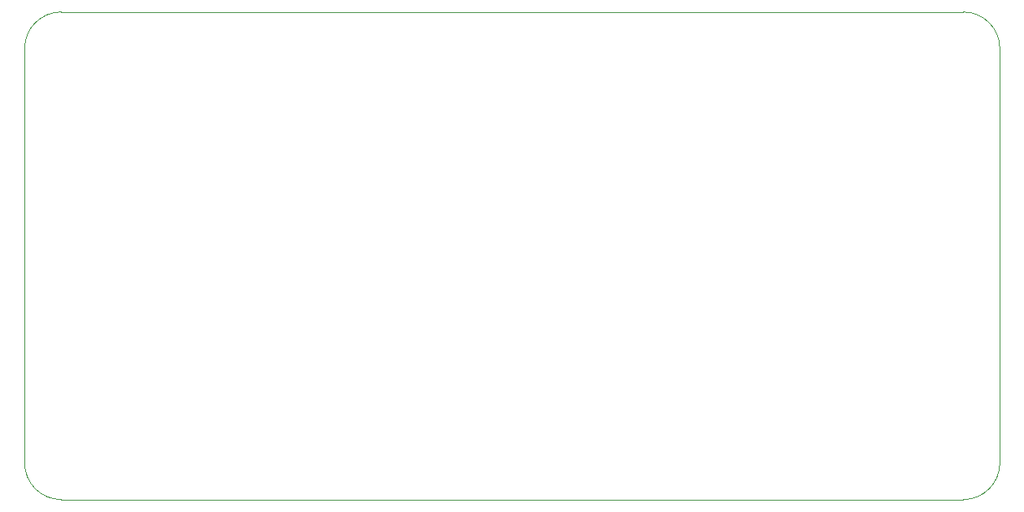
<source format=gbr>
%TF.GenerationSoftware,KiCad,Pcbnew,7.0.7*%
%TF.CreationDate,2023-09-22T15:36:31-04:00*%
%TF.ProjectId,HMS_8ValveDriver,484d535f-3856-4616-9c76-654472697665,rev?*%
%TF.SameCoordinates,Original*%
%TF.FileFunction,Profile,NP*%
%FSLAX46Y46*%
G04 Gerber Fmt 4.6, Leading zero omitted, Abs format (unit mm)*
G04 Created by KiCad (PCBNEW 7.0.7) date 2023-09-22 15:36:31*
%MOMM*%
%LPD*%
G01*
G04 APERTURE LIST*
%TA.AperFunction,Profile*%
%ADD10C,0.050000*%
%TD*%
G04 APERTURE END LIST*
D10*
X199301100Y-83413600D02*
G75*
G03*
X195491100Y-79603600I-3810000J0D01*
G01*
X199301100Y-126593600D02*
X199301100Y-83413600D01*
X101511100Y-79603600D02*
G75*
G03*
X97701100Y-83413600I0J-3810000D01*
G01*
X97701100Y-126593600D02*
G75*
G03*
X101511100Y-130403600I3810000J0D01*
G01*
X101511100Y-130403600D02*
X195491100Y-130403600D01*
X195491100Y-79603600D02*
X101511100Y-79603600D01*
X195491100Y-130403600D02*
G75*
G03*
X199301100Y-126593600I0J3810000D01*
G01*
X97701100Y-83413600D02*
X97701100Y-126593600D01*
M02*

</source>
